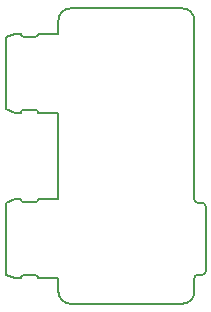
<source format=gm1>
G04 #@! TF.GenerationSoftware,KiCad,Pcbnew,5.0.1*
G04 #@! TF.CreationDate,2018-12-03T20:07:42+01:00*
G04 #@! TF.ProjectId,pd-buddy-wye,70642D62756464792D7779652E6B6963,v1.2*
G04 #@! TF.SameCoordinates,Original*
G04 #@! TF.FileFunction,Profile,NP*
%FSLAX46Y46*%
G04 Gerber Fmt 4.6, Leading zero omitted, Abs format (unit mm)*
G04 Created by KiCad (PCBNEW 5.0.1) date Mo 03 Dez 2018 20:07:42 CET*
%MOMM*%
%LPD*%
G01*
G04 APERTURE LIST*
%ADD10C,0.150000*%
G04 APERTURE END LIST*
D10*
X30900000Y-22550000D02*
X30900000Y-15500000D01*
X30900000Y-38550000D02*
X30900000Y-37400000D01*
X17700000Y-30700000D02*
G75*
G02X17450000Y-30950000I-250000J0D01*
G01*
X16450000Y-30950000D02*
G75*
G02X16200000Y-30700000I0J250000D01*
G01*
X16200000Y-37400000D02*
G75*
G02X16450000Y-37150000I250000J0D01*
G01*
X17450000Y-37150000D02*
G75*
G02X17700000Y-37400000I0J-250000D01*
G01*
X17450000Y-23150000D02*
G75*
G02X17700000Y-23400000I0J-250000D01*
G01*
X16200000Y-23400000D02*
G75*
G02X16450000Y-23150000I250000J0D01*
G01*
X16450000Y-16950000D02*
G75*
G02X16200000Y-16700000I0J250000D01*
G01*
X17700000Y-16700000D02*
G75*
G02X17450000Y-16950000I-250000J0D01*
G01*
X19400000Y-37400000D02*
X19400000Y-38550000D01*
X17700000Y-37400000D02*
X19400000Y-37400000D01*
X16450000Y-37150000D02*
X17450000Y-37150000D01*
X15700000Y-37400000D02*
X16200000Y-37400000D01*
X14950000Y-37100000D02*
X15700000Y-37400000D01*
X14950000Y-31000000D02*
X14950000Y-37100000D01*
X15700000Y-30700000D02*
X14950000Y-31000000D01*
X16200000Y-30700000D02*
X15700000Y-30700000D01*
X17450000Y-30950000D02*
X16450000Y-30950000D01*
X19400000Y-30700000D02*
X17700000Y-30700000D01*
X19400000Y-23400000D02*
X19400000Y-30700000D01*
X17700000Y-23400000D02*
X19400000Y-23400000D01*
X16450000Y-23150000D02*
X17450000Y-23150000D01*
X15700000Y-23400000D02*
X16200000Y-23400000D01*
X14950000Y-23100000D02*
X15700000Y-23400000D01*
X14950000Y-17000000D02*
X14950000Y-23100000D01*
X15700000Y-16700000D02*
X14950000Y-17000000D01*
X16200000Y-16700000D02*
X15700000Y-16700000D01*
X17450000Y-16950000D02*
X16450000Y-16950000D01*
X19400000Y-16700000D02*
X17700000Y-16700000D01*
X19400000Y-15550000D02*
X19400000Y-16700000D01*
X31200000Y-31000000D02*
X31560000Y-31000000D01*
X30900000Y-30700000D02*
G75*
G03X31200000Y-31000000I300000J0D01*
G01*
X31860000Y-31300000D02*
X31860000Y-36800000D01*
X31860000Y-31300000D02*
G75*
G03X31560000Y-31000000I-300000J0D01*
G01*
X31560000Y-37100000D02*
X31200000Y-37100000D01*
X31560000Y-37100000D02*
G75*
G03X31860000Y-36800000I0J300000D01*
G01*
X31200000Y-37100000D02*
G75*
G03X30900000Y-37400000I0J-300000D01*
G01*
X30900000Y-15550000D02*
G75*
G03X29900000Y-14550000I-1000000J0D01*
G01*
X20400000Y-14550000D02*
G75*
G03X19400000Y-15550000I0J-1000000D01*
G01*
X19400000Y-38550000D02*
G75*
G03X20400000Y-39550000I1000000J0D01*
G01*
X29900000Y-39550000D02*
G75*
G03X30900000Y-38550000I0J1000000D01*
G01*
X20400000Y-39550000D02*
X29900000Y-39550000D01*
X29900000Y-14550000D02*
X20400000Y-14550000D01*
X30900000Y-30700000D02*
X30900000Y-22550000D01*
M02*

</source>
